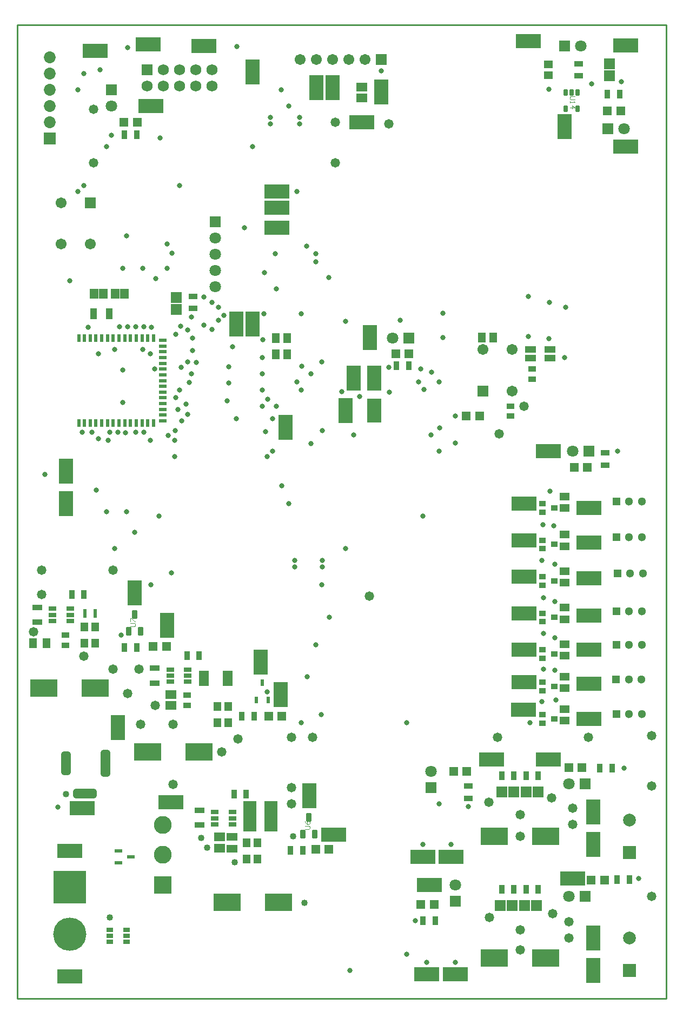
<source format=gts>
G04*
G04 #@! TF.GenerationSoftware,Altium Limited,Altium Designer,22.6.1 (34)*
G04*
G04 Layer_Color=8388736*
%FSLAX25Y25*%
%MOIN*%
G70*
G04*
G04 #@! TF.SameCoordinates,7D94B0EB-34EF-48B3-BABB-182D4114F96C*
G04*
G04*
G04 #@! TF.FilePolarity,Negative*
G04*
G01*
G75*
%ADD16C,0.01000*%
%ADD17C,0.00236*%
%ADD19R,0.05000X0.02402*%
%ADD20R,0.02402X0.05000*%
%ADD24R,0.05709X0.03740*%
%ADD30R,0.03937X0.07087*%
%ADD32R,0.05512X0.03740*%
%ADD33R,0.06127X0.03765*%
%ADD34R,0.04750X0.05938*%
%ADD35R,0.04969X0.03182*%
%ADD37R,0.03740X0.05512*%
%ADD39R,0.03937X0.02756*%
%ADD40R,0.03740X0.05709*%
%ADD42R,0.02362X0.05709*%
%ADD43R,0.05906X0.09449*%
%ADD45R,0.04961X0.02402*%
%ADD46R,0.04940X0.05733*%
%ADD50R,0.04969X0.03378*%
%ADD52R,0.05363X0.04743*%
%ADD54R,0.04343X0.03556*%
%ADD55R,0.06706X0.04343*%
%ADD56R,0.05524X0.05524*%
%ADD57R,0.16548X0.10642*%
%ADD58R,0.15761X0.08792*%
%ADD59R,0.08792X0.15761*%
%ADD60R,0.06509X0.05328*%
%ADD61R,0.04737X0.06115*%
%ADD62R,0.06902X0.06706*%
%ADD63R,0.04737X0.03162*%
G04:AMPARAMS|DCode=64|XSize=33.59mil|YSize=55.24mil|CornerRadius=5.92mil|HoleSize=0mil|Usage=FLASHONLY|Rotation=180.000|XOffset=0mil|YOffset=0mil|HoleType=Round|Shape=RoundedRectangle|*
%AMROUNDEDRECTD64*
21,1,0.03359,0.04341,0,0,180.0*
21,1,0.02175,0.05524,0,0,180.0*
1,1,0.01184,-0.01088,0.02170*
1,1,0.01184,0.01088,0.02170*
1,1,0.01184,0.01088,-0.02170*
1,1,0.01184,-0.01088,-0.02170*
%
%ADD64ROUNDEDRECTD64*%
%ADD65R,0.02362X0.04134*%
%ADD66R,0.06115X0.04737*%
%ADD67R,0.07887X0.18517*%
%ADD68R,0.06509X0.04934*%
%ADD69R,0.05328X0.06115*%
%ADD70R,0.08792X0.14861*%
G04:AMPARAMS|DCode=71|XSize=29.65mil|YSize=39.5mil|CornerRadius=5.95mil|HoleSize=0mil|Usage=FLASHONLY|Rotation=0.000|XOffset=0mil|YOffset=0mil|HoleType=Round|Shape=RoundedRectangle|*
%AMROUNDEDRECTD71*
21,1,0.02965,0.02760,0,0,0.0*
21,1,0.01776,0.03950,0,0,0.0*
1,1,0.01190,0.00888,-0.01380*
1,1,0.01190,-0.00888,-0.01380*
1,1,0.01190,-0.00888,0.01380*
1,1,0.01190,0.00888,0.01380*
%
%ADD71ROUNDEDRECTD71*%
%ADD72R,0.06706X0.06902*%
%ADD73C,0.07099*%
%ADD74R,0.07099X0.07099*%
%ADD75R,0.07099X0.07099*%
G04:AMPARAMS|DCode=76|XSize=145.8mil|YSize=59.18mil|CornerRadius=16.8mil|HoleSize=0mil|Usage=FLASHONLY|Rotation=180.000|XOffset=0mil|YOffset=0mil|HoleType=Round|Shape=RoundedRectangle|*
%AMROUNDEDRECTD76*
21,1,0.14580,0.02559,0,0,180.0*
21,1,0.11221,0.05918,0,0,180.0*
1,1,0.03359,-0.05610,0.01280*
1,1,0.03359,0.05610,0.01280*
1,1,0.03359,0.05610,-0.01280*
1,1,0.03359,-0.05610,-0.01280*
%
%ADD76ROUNDEDRECTD76*%
G04:AMPARAMS|DCode=77|XSize=145.8mil|YSize=59.18mil|CornerRadius=16.8mil|HoleSize=0mil|Usage=FLASHONLY|Rotation=90.000|XOffset=0mil|YOffset=0mil|HoleType=Round|Shape=RoundedRectangle|*
%AMROUNDEDRECTD77*
21,1,0.14580,0.02559,0,0,90.0*
21,1,0.11221,0.05918,0,0,90.0*
1,1,0.03359,0.01280,0.05610*
1,1,0.03359,0.01280,-0.05610*
1,1,0.03359,-0.01280,-0.05610*
1,1,0.03359,-0.01280,0.05610*
%
%ADD77ROUNDEDRECTD77*%
G04:AMPARAMS|DCode=78|XSize=165.48mil|YSize=59.18mil|CornerRadius=16.8mil|HoleSize=0mil|Usage=FLASHONLY|Rotation=90.000|XOffset=0mil|YOffset=0mil|HoleType=Round|Shape=RoundedRectangle|*
%AMROUNDEDRECTD78*
21,1,0.16548,0.02559,0,0,90.0*
21,1,0.13189,0.05918,0,0,90.0*
1,1,0.03359,0.01280,0.06594*
1,1,0.03359,0.01280,-0.06594*
1,1,0.03359,-0.01280,-0.06594*
1,1,0.03359,-0.01280,0.06594*
%
%ADD78ROUNDEDRECTD78*%
%ADD79R,0.20485X0.20485*%
%ADD80C,0.20485*%
%ADD81R,0.11024X0.11024*%
%ADD82C,0.11024*%
%ADD83C,0.06706*%
%ADD84R,0.06706X0.06706*%
%ADD85R,0.06902X0.06902*%
%ADD86C,0.06902*%
%ADD87R,0.06706X0.06706*%
%ADD88R,0.07887X0.07887*%
%ADD89C,0.07887*%
%ADD90C,0.07296*%
%ADD91R,0.07296X0.07296*%
%ADD92R,0.05118X0.05118*%
%ADD93C,0.05118*%
%ADD94C,0.03200*%
%ADD95C,0.05800*%
%ADD96C,0.04000*%
D16*
X100000Y100000D02*
Y700000D01*
X500000D01*
Y100000D02*
Y700000D01*
X100000Y100000D02*
X500000D01*
D17*
X169883Y329614D02*
X172382D01*
X172882Y330114D01*
Y331114D01*
X172382Y331613D01*
X169883D01*
Y332613D02*
Y334613D01*
X170383D01*
X172382Y332613D01*
X172882D01*
X277383Y204614D02*
X279882D01*
X280382Y205114D01*
Y206114D01*
X279882Y206613D01*
X277383D01*
Y209613D02*
X277883Y208613D01*
X278882Y207613D01*
X279882D01*
X280382Y208113D01*
Y209113D01*
X279882Y209613D01*
X279382D01*
X278882Y209113D01*
Y207613D01*
X443720Y656100D02*
X441221D01*
X440722Y655601D01*
Y654601D01*
X441221Y654101D01*
X443720D01*
X440722Y653101D02*
Y652102D01*
Y652601D01*
X443720D01*
X443221Y653101D01*
X440722Y649103D02*
X443720D01*
X442221Y650602D01*
Y648603D01*
D19*
X189925Y456098D02*
D03*
Y459642D02*
D03*
Y463185D02*
D03*
Y466728D02*
D03*
Y470311D02*
D03*
Y473854D02*
D03*
Y477398D02*
D03*
Y480941D02*
D03*
Y484484D02*
D03*
Y488027D02*
D03*
Y491610D02*
D03*
Y495154D02*
D03*
Y498697D02*
D03*
Y502240D02*
D03*
Y505784D02*
D03*
D20*
X138000Y454882D02*
D03*
X141543D02*
D03*
X145087D02*
D03*
X148630D02*
D03*
X152213D02*
D03*
X155756D02*
D03*
X159299D02*
D03*
X162843D02*
D03*
X166386D02*
D03*
X169929D02*
D03*
X173512D02*
D03*
X177055D02*
D03*
X180598D02*
D03*
X184142D02*
D03*
Y507000D02*
D03*
X180598D02*
D03*
X177055D02*
D03*
X173512D02*
D03*
X169929D02*
D03*
X166386D02*
D03*
X162843D02*
D03*
X159299D02*
D03*
X155756D02*
D03*
X152213D02*
D03*
X148630D02*
D03*
X145087D02*
D03*
X141543D02*
D03*
X138000D02*
D03*
D24*
X378000Y231000D02*
D03*
Y223323D02*
D03*
X462500Y436339D02*
D03*
Y428661D02*
D03*
D30*
X147000Y522000D02*
D03*
X156843D02*
D03*
D32*
X208575Y532772D02*
D03*
Y525488D02*
D03*
X446161Y668858D02*
D03*
Y676142D02*
D03*
D33*
X112382Y341240D02*
D03*
Y331988D02*
D03*
X184882Y294488D02*
D03*
Y303740D02*
D03*
X212382Y216240D02*
D03*
Y206988D02*
D03*
D34*
X118137Y319000D02*
D03*
X109863D02*
D03*
D35*
X129882Y317799D02*
D03*
Y324114D02*
D03*
X204882Y280957D02*
D03*
Y287272D02*
D03*
D37*
X133740Y349114D02*
D03*
X141024D02*
D03*
X212165Y311614D02*
D03*
X204882D02*
D03*
X233740Y226240D02*
D03*
X241024D02*
D03*
X406142Y237500D02*
D03*
X398858D02*
D03*
X413858D02*
D03*
X421142D02*
D03*
X406142Y167500D02*
D03*
X398858D02*
D03*
X413858D02*
D03*
X421142D02*
D03*
D39*
X167500Y135000D02*
D03*
Y138740D02*
D03*
Y142480D02*
D03*
X157264D02*
D03*
Y138740D02*
D03*
Y135000D02*
D03*
D40*
X466839Y242000D02*
D03*
X459161D02*
D03*
X246220Y274114D02*
D03*
X238543D02*
D03*
X166043Y316614D02*
D03*
X173721D02*
D03*
X268543Y191614D02*
D03*
X276220D02*
D03*
X341339Y490000D02*
D03*
X333661D02*
D03*
X173839Y632500D02*
D03*
X166161D02*
D03*
X463661Y657500D02*
D03*
X471339D02*
D03*
X477503Y173500D02*
D03*
X469826D02*
D03*
X350161Y148000D02*
D03*
X357839D02*
D03*
D42*
X141850Y337500D02*
D03*
X148150D02*
D03*
D43*
X229784Y297500D02*
D03*
X215216D02*
D03*
D45*
X170217Y187480D02*
D03*
X162382Y183740D02*
D03*
Y191220D02*
D03*
D46*
X148133Y319114D02*
D03*
X141631D02*
D03*
X148133Y329114D02*
D03*
X141631D02*
D03*
X223498Y270000D02*
D03*
X230000D02*
D03*
X223498Y280000D02*
D03*
X230000D02*
D03*
X248133Y186240D02*
D03*
X241631D02*
D03*
X248133Y196240D02*
D03*
X241631D02*
D03*
D50*
X417500Y481941D02*
D03*
Y488059D02*
D03*
X404067Y459146D02*
D03*
Y465264D02*
D03*
D52*
X427500Y669150D02*
D03*
Y675849D02*
D03*
D54*
X431240Y292500D02*
D03*
X423760Y289941D02*
D03*
Y295059D02*
D03*
X431240Y312500D02*
D03*
X423760Y309941D02*
D03*
Y315059D02*
D03*
X431240Y357500D02*
D03*
X423760Y354941D02*
D03*
Y360059D02*
D03*
X431240Y380000D02*
D03*
X423760Y377441D02*
D03*
Y382559D02*
D03*
X431240Y402500D02*
D03*
X423760Y399941D02*
D03*
Y405059D02*
D03*
X431240Y272500D02*
D03*
X423760Y269941D02*
D03*
Y275059D02*
D03*
X431240Y335000D02*
D03*
X423760Y332441D02*
D03*
Y337559D02*
D03*
D55*
X428602Y494715D02*
D03*
Y500285D02*
D03*
X416398Y494715D02*
D03*
Y500295D02*
D03*
D56*
X369000Y240000D02*
D03*
X377268D02*
D03*
X453732Y173000D02*
D03*
X462000D02*
D03*
X448268Y242500D02*
D03*
X440000D02*
D03*
X451634Y427500D02*
D03*
X443366D02*
D03*
X385000Y459000D02*
D03*
X376732D02*
D03*
X255000Y274000D02*
D03*
X263268D02*
D03*
X192000Y317000D02*
D03*
X183732D02*
D03*
X292268Y192000D02*
D03*
X284000D02*
D03*
X333366Y497500D02*
D03*
X341634D02*
D03*
X165866Y640000D02*
D03*
X174134D02*
D03*
X463866Y647000D02*
D03*
X472134D02*
D03*
X357134Y158000D02*
D03*
X348866D02*
D03*
D57*
X180504Y252000D02*
D03*
X212000D02*
D03*
X116634Y291614D02*
D03*
X148130D02*
D03*
X260996Y159500D02*
D03*
X229500D02*
D03*
X394252Y125000D02*
D03*
X425748D02*
D03*
Y200000D02*
D03*
X394252D02*
D03*
D58*
X427500Y247500D02*
D03*
X392500D02*
D03*
X412000Y278000D02*
D03*
X412500Y295000D02*
D03*
Y315000D02*
D03*
Y337500D02*
D03*
Y360000D02*
D03*
Y382500D02*
D03*
Y405000D02*
D03*
X148000Y684000D02*
D03*
X140000Y217500D02*
D03*
X194882Y221240D02*
D03*
X295000Y201000D02*
D03*
X260000Y575000D02*
D03*
Y587500D02*
D03*
Y597500D02*
D03*
X132382Y191240D02*
D03*
Y113740D02*
D03*
X182500Y650000D02*
D03*
X312500Y640000D02*
D03*
X475000Y625000D02*
D03*
X415000Y690000D02*
D03*
X475000Y687500D02*
D03*
X352500Y115000D02*
D03*
X442500Y174000D02*
D03*
X354000Y170000D02*
D03*
X215000Y687000D02*
D03*
X180752Y688000D02*
D03*
X427500Y437500D02*
D03*
X452500Y294065D02*
D03*
Y381016D02*
D03*
Y272500D02*
D03*
Y315000D02*
D03*
Y359295D02*
D03*
Y336134D02*
D03*
Y402500D02*
D03*
X350000Y187500D02*
D03*
X367500D02*
D03*
X370000Y115000D02*
D03*
D59*
X192500Y330000D02*
D03*
X250000Y307500D02*
D03*
X172500Y350000D02*
D03*
X280000Y225000D02*
D03*
X307500Y482500D02*
D03*
X320000D02*
D03*
X265575Y452000D02*
D03*
X245000Y515835D02*
D03*
X235000Y515835D02*
D03*
X130000Y425000D02*
D03*
Y405000D02*
D03*
X262500Y287500D02*
D03*
X162000Y267000D02*
D03*
X302500Y462500D02*
D03*
X317500Y507500D02*
D03*
X245000Y671000D02*
D03*
X324519Y658847D02*
D03*
X284519Y661347D02*
D03*
X294519D02*
D03*
X437500Y637500D02*
D03*
X455000Y195000D02*
D03*
Y137500D02*
D03*
Y117500D02*
D03*
Y215000D02*
D03*
D60*
X312500Y661890D02*
D03*
Y655000D02*
D03*
X194882Y280669D02*
D03*
Y287559D02*
D03*
X224882Y199685D02*
D03*
Y192795D02*
D03*
D61*
X266618Y497000D02*
D03*
X259531D02*
D03*
X266618Y507000D02*
D03*
X259531D02*
D03*
X393543Y507500D02*
D03*
X386457D02*
D03*
D62*
X198075Y524913D02*
D03*
Y532000D02*
D03*
X465000Y676043D02*
D03*
Y668957D02*
D03*
D63*
X121968Y340354D02*
D03*
Y336614D02*
D03*
Y332874D02*
D03*
X132795D02*
D03*
Y336614D02*
D03*
Y340354D02*
D03*
X205295Y302854D02*
D03*
Y299114D02*
D03*
Y295374D02*
D03*
X194468D02*
D03*
Y299114D02*
D03*
Y302854D02*
D03*
X232795Y214980D02*
D03*
Y211240D02*
D03*
Y207500D02*
D03*
X221969D02*
D03*
Y211240D02*
D03*
Y214980D02*
D03*
D64*
X168642Y326496D02*
D03*
X176122D02*
D03*
X172382Y336732D02*
D03*
X276142Y201496D02*
D03*
X283622D02*
D03*
X279882Y211732D02*
D03*
D65*
X251122Y294744D02*
D03*
X254862Y284114D02*
D03*
X247382D02*
D03*
D66*
X437500Y291457D02*
D03*
Y298543D02*
D03*
Y311457D02*
D03*
Y318543D02*
D03*
Y356457D02*
D03*
Y363543D02*
D03*
Y378957D02*
D03*
Y386043D02*
D03*
Y271457D02*
D03*
Y278543D02*
D03*
Y333957D02*
D03*
Y341043D02*
D03*
Y402500D02*
D03*
Y409587D02*
D03*
D67*
X256496Y212500D02*
D03*
X243504D02*
D03*
D68*
X232382Y192598D02*
D03*
Y199882D02*
D03*
D69*
X160575Y534500D02*
D03*
X166284D02*
D03*
X147366D02*
D03*
X153075D02*
D03*
D70*
X320000Y462500D02*
D03*
D71*
X445462Y658620D02*
D03*
X441721D02*
D03*
X437981D02*
D03*
Y648581D02*
D03*
X445462D02*
D03*
D72*
X398957Y227500D02*
D03*
X406043D02*
D03*
X421043D02*
D03*
X413957D02*
D03*
X397913Y157500D02*
D03*
X405000D02*
D03*
X420000D02*
D03*
X412913D02*
D03*
D73*
X158000Y650000D02*
D03*
X355000Y240000D02*
D03*
X331350Y506993D02*
D03*
X440000Y232500D02*
D03*
X442500Y437500D02*
D03*
X447511Y686993D02*
D03*
X221993Y558850D02*
D03*
Y568850D02*
D03*
Y548850D02*
D03*
Y538850D02*
D03*
X473986Y636087D02*
D03*
X440000Y163031D02*
D03*
X370000Y170000D02*
D03*
D74*
X158000Y660000D02*
D03*
X355000Y230000D02*
D03*
X221993Y578850D02*
D03*
X370000Y160000D02*
D03*
D75*
X341350Y506993D02*
D03*
X450000Y232500D02*
D03*
X452500Y437500D02*
D03*
X437511Y686993D02*
D03*
X463986Y636087D02*
D03*
X450000Y163031D02*
D03*
D76*
X141811Y226496D02*
D03*
D77*
X130000Y245000D02*
D03*
D78*
X154409D02*
D03*
D79*
X132382Y168740D02*
D03*
D80*
Y139803D02*
D03*
D81*
X189882Y170236D02*
D03*
D82*
Y188740D02*
D03*
Y207244D02*
D03*
D83*
X145000Y565000D02*
D03*
X127284D02*
D03*
Y590590D02*
D03*
X387283Y500000D02*
D03*
X405000D02*
D03*
Y474409D02*
D03*
X274519Y678847D02*
D03*
X284519D02*
D03*
X294519D02*
D03*
X304519D02*
D03*
X314519D02*
D03*
D84*
X145000Y590590D02*
D03*
X387283Y474409D02*
D03*
D85*
X180000Y672500D02*
D03*
D86*
X220000D02*
D03*
X200000D02*
D03*
X210000Y662500D02*
D03*
X190000Y672500D02*
D03*
X200000Y662500D02*
D03*
X190000D02*
D03*
X180000D02*
D03*
X210000Y672500D02*
D03*
X220000Y662500D02*
D03*
D87*
X324519Y678847D02*
D03*
D88*
X477431Y117316D02*
D03*
X477500Y190000D02*
D03*
D89*
X477431Y137317D02*
D03*
X477500Y210000D02*
D03*
D90*
X120000Y680000D02*
D03*
Y670000D02*
D03*
Y660000D02*
D03*
Y640000D02*
D03*
Y650000D02*
D03*
D91*
Y630000D02*
D03*
D92*
X469429Y338957D02*
D03*
Y275584D02*
D03*
X470012Y362255D02*
D03*
X469167Y296811D02*
D03*
X469429Y384474D02*
D03*
X469429Y317989D02*
D03*
X469429Y406457D02*
D03*
D93*
X477303Y338957D02*
D03*
X485177D02*
D03*
X477303Y275584D02*
D03*
X485177D02*
D03*
X477886Y362255D02*
D03*
X485760D02*
D03*
X477041Y296811D02*
D03*
X484915D02*
D03*
X477303Y384474D02*
D03*
X485177D02*
D03*
X477303Y317989D02*
D03*
X485177D02*
D03*
X477303Y406457D02*
D03*
X485177D02*
D03*
D94*
X284000Y559000D02*
D03*
X259000D02*
D03*
X288000Y370000D02*
D03*
X271000D02*
D03*
X288000Y366000D02*
D03*
X271000D02*
D03*
X274000Y643000D02*
D03*
X256000D02*
D03*
X274000Y639000D02*
D03*
X256000D02*
D03*
X156000Y444000D02*
D03*
X300000Y474000D02*
D03*
X146000Y449000D02*
D03*
X157000D02*
D03*
X162000D02*
D03*
X173000D02*
D03*
X178000D02*
D03*
X184757Y488000D02*
D03*
X182106Y497500D02*
D03*
X207600Y520150D02*
D03*
X143900Y513809D02*
D03*
X197650Y509523D02*
D03*
X182746Y513746D02*
D03*
X185326Y543836D02*
D03*
X192500Y550000D02*
D03*
X336000Y518000D02*
D03*
X141000Y670000D02*
D03*
Y601000D02*
D03*
X200000D02*
D03*
X284000Y554000D02*
D03*
X292294Y544400D02*
D03*
X307500Y447350D02*
D03*
X288000Y450000D02*
D03*
X287650Y492500D02*
D03*
Y355000D02*
D03*
X284000Y318000D02*
D03*
X281039Y485000D02*
D03*
Y442039D02*
D03*
X275150Y522000D02*
D03*
X275450Y489767D02*
D03*
X278389Y563924D02*
D03*
X278924Y298389D02*
D03*
X262879Y660000D02*
D03*
X259850Y465000D02*
D03*
Y537500D02*
D03*
X263000Y416000D02*
D03*
X252000Y522000D02*
D03*
X438000Y526000D02*
D03*
X428000Y529000D02*
D03*
X227378Y521100D02*
D03*
X224000Y526000D02*
D03*
X220000Y529000D02*
D03*
X415000Y532650D02*
D03*
X224000Y518000D02*
D03*
X215000Y515000D02*
D03*
X166704Y448697D02*
D03*
X140000Y449000D02*
D03*
X197000Y434000D02*
D03*
Y444000D02*
D03*
X182000D02*
D03*
X205000Y460000D02*
D03*
X199000Y463000D02*
D03*
X200735Y514487D02*
D03*
X197664Y470576D02*
D03*
X206175Y479878D02*
D03*
X200000Y475000D02*
D03*
X210611Y492076D02*
D03*
X207375Y484980D02*
D03*
X193000Y447000D02*
D03*
X197500Y450000D02*
D03*
X150253Y445093D02*
D03*
X201000Y489000D02*
D03*
X205000Y492500D02*
D03*
X173000Y514000D02*
D03*
X178000D02*
D03*
X168000D02*
D03*
X163000D02*
D03*
X235378Y686900D02*
D03*
X168000Y686000D02*
D03*
X370000Y459000D02*
D03*
X378000Y218500D02*
D03*
X148924Y413389D02*
D03*
X483000Y174000D02*
D03*
X205000Y512000D02*
D03*
X208075Y499500D02*
D03*
Y507000D02*
D03*
X427878Y660600D02*
D03*
X454111Y663924D02*
D03*
X151200Y672500D02*
D03*
X324622Y671900D02*
D03*
X158100Y632122D02*
D03*
X348909Y488256D02*
D03*
X329000Y489000D02*
D03*
X415000Y508000D02*
D03*
X427878Y506900D02*
D03*
X311000Y471000D02*
D03*
X329466Y473809D02*
D03*
X424378Y325100D02*
D03*
Y347100D02*
D03*
X423622Y370100D02*
D03*
X424000Y392000D02*
D03*
X424378Y303100D02*
D03*
X423622Y283100D02*
D03*
X432000Y284000D02*
D03*
X431622Y302400D02*
D03*
X428635Y412939D02*
D03*
X431500Y367674D02*
D03*
X431622Y344900D02*
D03*
Y322400D02*
D03*
X230424Y489389D02*
D03*
X229424Y468389D02*
D03*
X230600Y479622D02*
D03*
X251464Y506277D02*
D03*
X254400Y469622D02*
D03*
X251000Y495000D02*
D03*
Y485000D02*
D03*
Y475000D02*
D03*
Y465000D02*
D03*
X117122Y423100D02*
D03*
X272500Y597500D02*
D03*
X416000Y270000D02*
D03*
X240000Y575000D02*
D03*
X164000Y324000D02*
D03*
X125000Y218000D02*
D03*
X275000Y270000D02*
D03*
X254000Y289000D02*
D03*
X182500Y355000D02*
D03*
X195000Y362500D02*
D03*
X160000Y377500D02*
D03*
X305000Y117500D02*
D03*
X287500Y275000D02*
D03*
X292500Y335000D02*
D03*
X302500Y377500D02*
D03*
X474000Y242000D02*
D03*
X254000Y434000D02*
D03*
X195600Y559622D02*
D03*
X192500Y565000D02*
D03*
X201553Y456022D02*
D03*
X188100Y630378D02*
D03*
X137500Y660000D02*
D03*
Y597500D02*
D03*
X272500Y480000D02*
D03*
X267500Y650000D02*
D03*
Y405000D02*
D03*
X232648Y501870D02*
D03*
X155000Y625000D02*
D03*
X245000D02*
D03*
X167500Y570000D02*
D03*
X177500Y550000D02*
D03*
X437500Y495000D02*
D03*
X220000Y512500D02*
D03*
X215000Y532500D02*
D03*
X362500Y507500D02*
D03*
Y522500D02*
D03*
X370000Y442500D02*
D03*
X302500Y517500D02*
D03*
X360378Y451900D02*
D03*
X355000Y447500D02*
D03*
X347500Y480000D02*
D03*
X340000Y127500D02*
D03*
Y270000D02*
D03*
X275000Y475000D02*
D03*
X360000Y220000D02*
D03*
Y437500D02*
D03*
X257500D02*
D03*
Y457500D02*
D03*
X235000D02*
D03*
X350000Y397500D02*
D03*
X187500D02*
D03*
X165000Y550000D02*
D03*
X172500Y387500D02*
D03*
X167500Y400000D02*
D03*
X252500Y547500D02*
D03*
X165000Y467500D02*
D03*
X150000Y497500D02*
D03*
X132500Y542500D02*
D03*
X165000Y487500D02*
D03*
X160000Y500000D02*
D03*
X177500D02*
D03*
X253075Y449500D02*
D03*
X204175Y466622D02*
D03*
X155000Y400000D02*
D03*
X360000Y480000D02*
D03*
X350903Y475565D02*
D03*
X355482Y486265D02*
D03*
X472500Y665000D02*
D03*
X470000Y437500D02*
D03*
X430878Y391400D02*
D03*
X352500Y122500D02*
D03*
X350000Y195000D02*
D03*
X367500D02*
D03*
X370000Y122500D02*
D03*
X345339Y148000D02*
D03*
D95*
X185106Y280669D02*
D03*
X110000Y326000D02*
D03*
X141169Y311284D02*
D03*
X269000Y220000D02*
D03*
X282000Y261000D02*
D03*
X226000Y252000D02*
D03*
X168000Y288000D02*
D03*
X236000Y260000D02*
D03*
X147000Y648000D02*
D03*
Y615000D02*
D03*
X296000D02*
D03*
Y640000D02*
D03*
X329000Y639000D02*
D03*
X317000Y348000D02*
D03*
X115000Y349000D02*
D03*
Y364000D02*
D03*
X196000Y232000D02*
D03*
X269000Y230000D02*
D03*
Y261000D02*
D03*
X196000Y269000D02*
D03*
X176000D02*
D03*
X159000Y303000D02*
D03*
X175000D02*
D03*
X159000Y364000D02*
D03*
X396000Y261000D02*
D03*
X397000Y448000D02*
D03*
X452000Y261000D02*
D03*
X491000Y262000D02*
D03*
Y231000D02*
D03*
Y163000D02*
D03*
X412500Y465000D02*
D03*
X442500Y207500D02*
D03*
Y217500D02*
D03*
X390888Y221095D02*
D03*
X429636Y223949D02*
D03*
X410000Y213500D02*
D03*
Y200000D02*
D03*
X430000Y152500D02*
D03*
X440000Y137500D02*
D03*
Y147500D02*
D03*
X391000Y150000D02*
D03*
X410000Y142500D02*
D03*
Y130000D02*
D03*
D96*
X277248Y159000D02*
D03*
X157000Y150000D02*
D03*
X217000Y193000D02*
D03*
X270205Y200205D02*
D03*
X213577Y198996D02*
D03*
X234000Y184000D02*
D03*
X130000Y226000D02*
D03*
M02*

</source>
